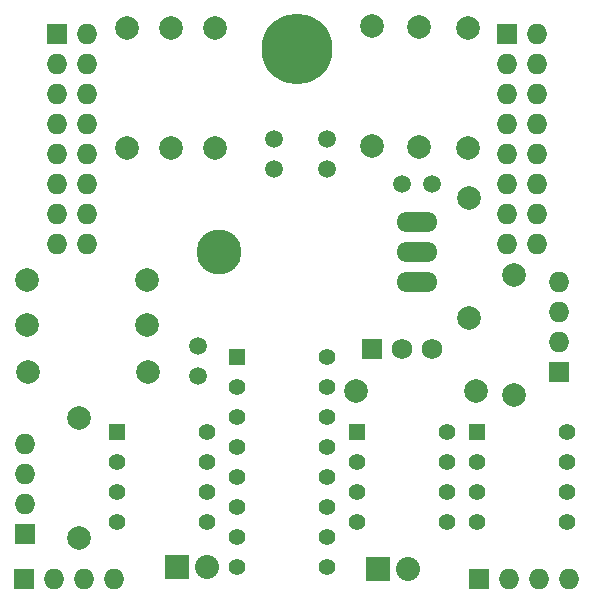
<source format=gts>
%FSLAX34Y34*%
G04 Gerber Fmt 3.4, Leading zero omitted, Abs format*
G04 (created by PCBNEW (2014-jan-25)-product) date Wed 09 Jul 2014 11:31:52 PM PDT*
%MOIN*%
G01*
G70*
G90*
G04 APERTURE LIST*
%ADD10C,0.003937*%
%ADD11R,0.068000X0.068000*%
%ADD12O,0.068000X0.068000*%
%ADD13C,0.059100*%
%ADD14C,0.068000*%
%ADD15C,0.078700*%
%ADD16R,0.055000X0.055000*%
%ADD17C,0.055000*%
%ADD18R,0.080000X0.080000*%
%ADD19O,0.080000X0.080000*%
%ADD20O,0.137800X0.066900*%
%ADD21C,0.149600*%
%ADD22C,0.236220*%
G04 APERTURE END LIST*
G54D10*
G54D11*
X32000Y-41500D03*
G54D12*
X33000Y-41500D03*
X32000Y-42500D03*
X33000Y-42500D03*
X32000Y-43500D03*
X33000Y-43500D03*
X32000Y-44500D03*
X33000Y-44500D03*
X32000Y-45500D03*
X33000Y-45500D03*
X32000Y-46500D03*
X33000Y-46500D03*
X32000Y-47500D03*
X33000Y-47500D03*
X32000Y-48500D03*
X33000Y-48500D03*
G54D11*
X47000Y-41500D03*
G54D12*
X48000Y-41500D03*
X47000Y-42500D03*
X48000Y-42500D03*
X47000Y-43500D03*
X48000Y-43500D03*
X47000Y-44500D03*
X48000Y-44500D03*
X47000Y-45500D03*
X48000Y-45500D03*
X47000Y-46500D03*
X48000Y-46500D03*
X47000Y-47500D03*
X48000Y-47500D03*
X47000Y-48500D03*
X48000Y-48500D03*
G54D13*
X43500Y-46500D03*
X44500Y-46500D03*
X39250Y-46000D03*
X39250Y-45000D03*
X41000Y-46000D03*
X41000Y-45000D03*
X36700Y-52900D03*
X36700Y-51900D03*
G54D11*
X42500Y-52000D03*
G54D14*
X43500Y-52000D03*
X44500Y-52000D03*
G54D11*
X48750Y-52750D03*
G54D12*
X48750Y-51750D03*
X48750Y-50750D03*
X48750Y-49750D03*
G54D11*
X30950Y-58175D03*
G54D12*
X30950Y-57175D03*
X30950Y-56175D03*
X30950Y-55175D03*
G54D15*
X45750Y-50969D03*
X45750Y-46969D03*
X45700Y-41281D03*
X45700Y-45281D03*
X37275Y-41306D03*
X37275Y-45306D03*
X35825Y-41306D03*
X35825Y-45306D03*
X34350Y-41306D03*
X34350Y-45306D03*
X44075Y-41256D03*
X44075Y-45256D03*
X42525Y-41231D03*
X42525Y-45231D03*
X31006Y-51200D03*
X35006Y-51200D03*
X31006Y-49700D03*
X35006Y-49700D03*
X31031Y-52750D03*
X35031Y-52750D03*
X32750Y-54281D03*
X32750Y-58281D03*
X47250Y-49531D03*
X47250Y-53531D03*
X45969Y-53400D03*
X41969Y-53400D03*
G54D16*
X46000Y-54750D03*
G54D17*
X46000Y-55750D03*
X46000Y-56750D03*
X46000Y-57750D03*
X49000Y-57750D03*
X49000Y-56750D03*
X49000Y-55750D03*
X49000Y-54750D03*
G54D16*
X34000Y-54750D03*
G54D17*
X34000Y-55750D03*
X34000Y-56750D03*
X34000Y-57750D03*
X37000Y-57750D03*
X37000Y-56750D03*
X37000Y-55750D03*
X37000Y-54750D03*
G54D16*
X42000Y-54750D03*
G54D17*
X42000Y-55750D03*
X42000Y-56750D03*
X42000Y-57750D03*
X45000Y-57750D03*
X45000Y-56750D03*
X45000Y-55750D03*
X45000Y-54750D03*
G54D16*
X38000Y-52250D03*
G54D17*
X38000Y-53250D03*
X38000Y-54250D03*
X38000Y-55250D03*
X38000Y-56250D03*
X38000Y-57250D03*
X38000Y-58250D03*
X38000Y-59250D03*
X41000Y-59250D03*
X41000Y-58250D03*
X41000Y-57250D03*
X41000Y-56250D03*
X41000Y-55250D03*
X41000Y-54250D03*
X41000Y-53250D03*
X41000Y-52250D03*
G54D18*
X42700Y-59325D03*
G54D19*
X43700Y-59325D03*
G54D18*
X36000Y-59250D03*
G54D19*
X37000Y-59250D03*
G54D11*
X30925Y-59650D03*
G54D12*
X31925Y-59650D03*
X32925Y-59650D03*
X33925Y-59650D03*
G54D11*
X46075Y-59675D03*
G54D12*
X47075Y-59675D03*
X48075Y-59675D03*
X49075Y-59675D03*
G54D20*
X44000Y-48750D03*
X44000Y-49750D03*
X44000Y-47750D03*
G54D21*
X37400Y-48750D03*
G54D22*
X40000Y-42000D03*
M02*

</source>
